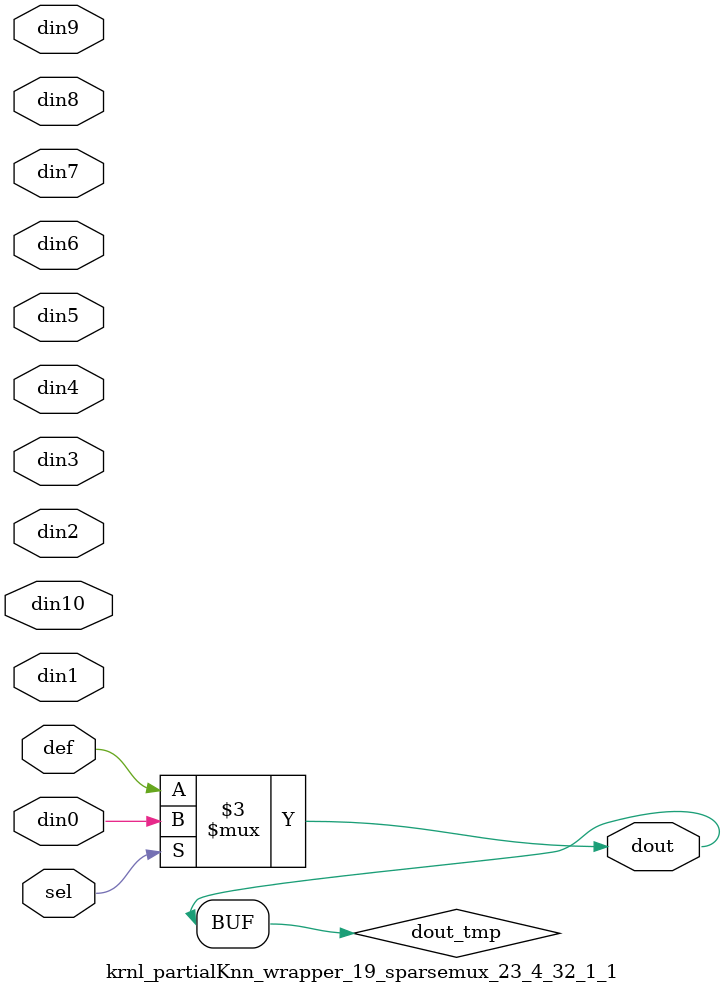
<source format=v>
`timescale 1 ns / 1 ps
module krnl_partialKnn_wrapper_19_sparsemux_23_4_32_1_1 (din0,din1,din2,din3,din4,din5,din6,din7,din8,din9,din10,def,sel,dout);
parameter din0_WIDTH = 1;
parameter din1_WIDTH = 1;
parameter din2_WIDTH = 1;
parameter din3_WIDTH = 1;
parameter din4_WIDTH = 1;
parameter din5_WIDTH = 1;
parameter din6_WIDTH = 1;
parameter din7_WIDTH = 1;
parameter din8_WIDTH = 1;
parameter din9_WIDTH = 1;
parameter din10_WIDTH = 1;
parameter def_WIDTH = 1;
parameter sel_WIDTH = 1;
parameter dout_WIDTH = 1;
parameter [sel_WIDTH-1:0] CASE0 = 1;
parameter [sel_WIDTH-1:0] CASE1 = 1;
parameter [sel_WIDTH-1:0] CASE2 = 1;
parameter [sel_WIDTH-1:0] CASE3 = 1;
parameter [sel_WIDTH-1:0] CASE4 = 1;
parameter [sel_WIDTH-1:0] CASE5 = 1;
parameter [sel_WIDTH-1:0] CASE6 = 1;
parameter [sel_WIDTH-1:0] CASE7 = 1;
parameter [sel_WIDTH-1:0] CASE8 = 1;
parameter [sel_WIDTH-1:0] CASE9 = 1;
parameter [sel_WIDTH-1:0] CASE10 = 1;
parameter ID = 1;
parameter NUM_STAGE = 1;
input [din0_WIDTH-1:0] din0;
input [din1_WIDTH-1:0] din1;
input [din2_WIDTH-1:0] din2;
input [din3_WIDTH-1:0] din3;
input [din4_WIDTH-1:0] din4;
input [din5_WIDTH-1:0] din5;
input [din6_WIDTH-1:0] din6;
input [din7_WIDTH-1:0] din7;
input [din8_WIDTH-1:0] din8;
input [din9_WIDTH-1:0] din9;
input [din10_WIDTH-1:0] din10;
input [def_WIDTH-1:0] def;
input [sel_WIDTH-1:0] sel;
output [dout_WIDTH-1:0] dout;
reg [dout_WIDTH-1:0] dout_tmp;
always @ (*) begin
case (sel)
    
    CASE0 : dout_tmp = din0;
    
    CASE1 : dout_tmp = din1;
    
    CASE2 : dout_tmp = din2;
    
    CASE3 : dout_tmp = din3;
    
    CASE4 : dout_tmp = din4;
    
    CASE5 : dout_tmp = din5;
    
    CASE6 : dout_tmp = din6;
    
    CASE7 : dout_tmp = din7;
    
    CASE8 : dout_tmp = din8;
    
    CASE9 : dout_tmp = din9;
    
    CASE10 : dout_tmp = din10;
    
    default : dout_tmp = def;
endcase
end
assign dout = dout_tmp;
endmodule
</source>
